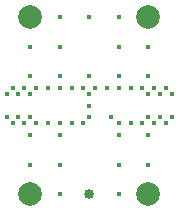
<source format=gbr>
%TF.GenerationSoftware,KiCad,Pcbnew,6.0.9+dfsg-1~bpo11+1*%
%TF.CreationDate,2022-11-06T17:12:52+01:00*%
%TF.ProjectId,amplifier,616d706c-6966-4696-9572-2e6b69636164,2*%
%TF.SameCoordinates,Original*%
%TF.FileFunction,Plated,1,2,PTH,Drill*%
%TF.FilePolarity,Positive*%
%FSLAX46Y46*%
G04 Gerber Fmt 4.6, Leading zero omitted, Abs format (unit mm)*
G04 Created by KiCad (PCBNEW 6.0.9+dfsg-1~bpo11+1) date 2022-11-06 17:12:52*
%MOMM*%
%LPD*%
G01*
G04 APERTURE LIST*
%TA.AperFunction,ViaDrill*%
%ADD10C,0.400000*%
%TD*%
%TA.AperFunction,ComponentDrill*%
%ADD11C,0.400000*%
%TD*%
%TA.AperFunction,ComponentDrill*%
%ADD12C,0.850000*%
%TD*%
%TA.AperFunction,ComponentDrill*%
%ADD13C,2.000000*%
%TD*%
G04 APERTURE END LIST*
D10*
X125000000Y-77500000D03*
X125000000Y-80000000D03*
X125000000Y-85000000D03*
X125000000Y-87500000D03*
X125500000Y-81000000D03*
X125500000Y-84000000D03*
X126500000Y-81000000D03*
X126500000Y-84000000D03*
X127500000Y-75000000D03*
X127500000Y-77500000D03*
X127500000Y-80000000D03*
X127500000Y-81000000D03*
X127500000Y-84000000D03*
X127500000Y-85000000D03*
X127500000Y-87500000D03*
X127500000Y-90000000D03*
X128500000Y-81000000D03*
X128500000Y-84000000D03*
X129500000Y-81000000D03*
X129500000Y-84000000D03*
X130000000Y-75000000D03*
X130000000Y-80000000D03*
X130000000Y-81500000D03*
X130000000Y-82500000D03*
X130000000Y-83500000D03*
X130500000Y-81000000D03*
X131500000Y-81000000D03*
X131862650Y-83496559D03*
X132500000Y-75000000D03*
X132500000Y-77500000D03*
X132500000Y-80000000D03*
X132500000Y-81000000D03*
X132500000Y-84000000D03*
X132500000Y-85000000D03*
X132500000Y-87500000D03*
X132500000Y-90000000D03*
X133500000Y-81000000D03*
X133500000Y-84000000D03*
X134500000Y-81000000D03*
X134500000Y-84000000D03*
X135000000Y-77500000D03*
X135000000Y-80000000D03*
X135000000Y-85000000D03*
X135000000Y-87500000D03*
D11*
%TO.C,J1*%
X123000000Y-81500000D03*
X123000000Y-83500000D03*
X123500000Y-81000000D03*
X123500000Y-84000000D03*
X124000000Y-81500000D03*
X124000000Y-83500000D03*
X124500000Y-81000000D03*
X124500000Y-84000000D03*
X125000000Y-81500000D03*
X125000000Y-83500000D03*
%TO.C,J3*%
X135000000Y-81500000D03*
X135000000Y-83500000D03*
X135500000Y-81000000D03*
X135500000Y-84000000D03*
X136000000Y-81500000D03*
X136000000Y-83500000D03*
X136500000Y-81000000D03*
X136500000Y-84000000D03*
X137000000Y-81500000D03*
X137000000Y-83500000D03*
D12*
%TO.C,J2*%
X130000000Y-90000000D03*
D13*
%TO.C,H2*%
X125000000Y-75000000D03*
%TO.C,H1*%
X125000000Y-90000000D03*
%TO.C,H3*%
X135000000Y-75000000D03*
%TO.C,H4*%
X135000000Y-90000000D03*
M02*

</source>
